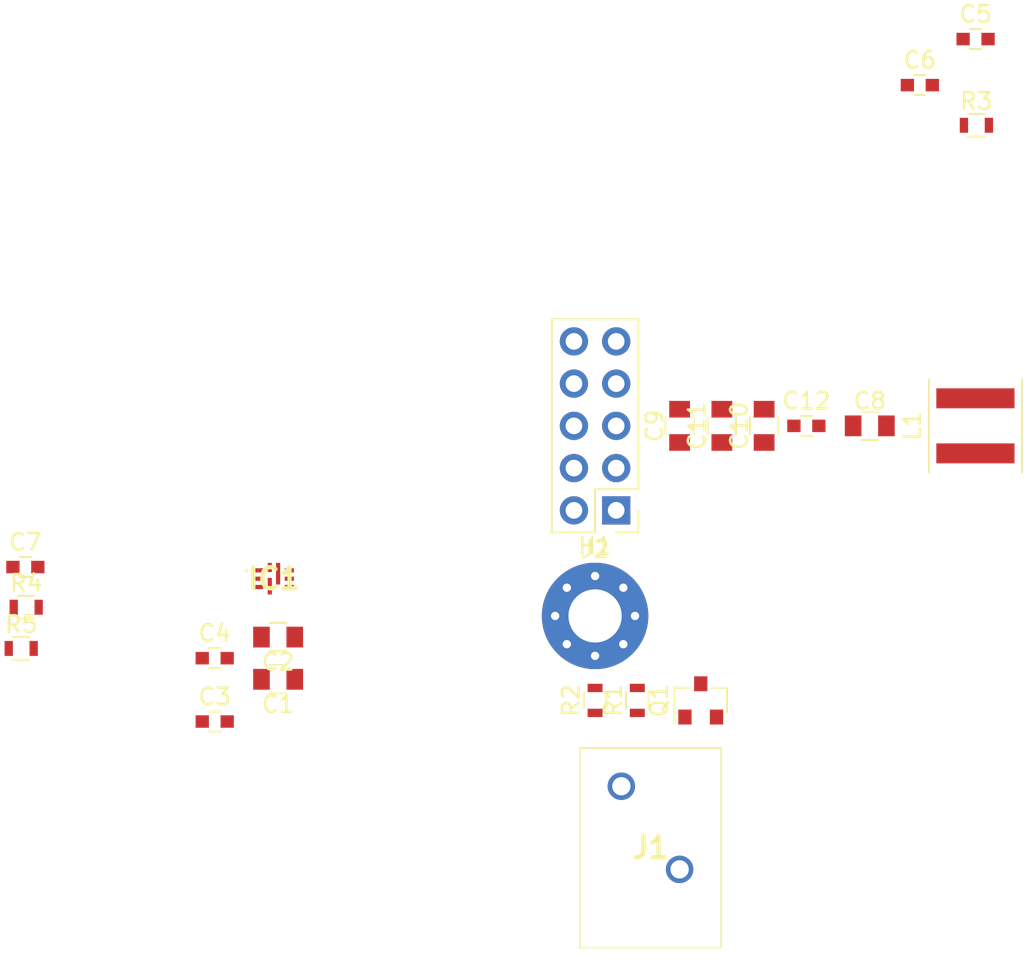
<source format=kicad_pcb>
(kicad_pcb (version 20171130) (host pcbnew "(5.1.6)-1")

  (general
    (thickness 1.6)
    (drawings 0)
    (tracks 0)
    (zones 0)
    (modules 23)
    (nets 19)
  )

  (page A4)
  (layers
    (0 F.Cu signal)
    (31 B.Cu signal)
    (32 B.Adhes user)
    (33 F.Adhes user)
    (34 B.Paste user)
    (35 F.Paste user)
    (36 B.SilkS user)
    (37 F.SilkS user)
    (38 B.Mask user)
    (39 F.Mask user)
    (40 Dwgs.User user)
    (41 Cmts.User user)
    (42 Eco1.User user)
    (43 Eco2.User user)
    (44 Edge.Cuts user)
    (45 Margin user)
    (46 B.CrtYd user)
    (47 F.CrtYd user)
    (48 B.Fab user)
    (49 F.Fab user hide)
  )

  (setup
    (last_trace_width 0.25)
    (trace_clearance 0.2)
    (zone_clearance 0.508)
    (zone_45_only no)
    (trace_min 0.2)
    (via_size 0.8)
    (via_drill 0.4)
    (via_min_size 0.4)
    (via_min_drill 0.3)
    (uvia_size 0.3)
    (uvia_drill 0.1)
    (uvias_allowed no)
    (uvia_min_size 0.2)
    (uvia_min_drill 0.1)
    (edge_width 0.05)
    (segment_width 0.2)
    (pcb_text_width 0.3)
    (pcb_text_size 1.5 1.5)
    (mod_edge_width 0.12)
    (mod_text_size 1 1)
    (mod_text_width 0.15)
    (pad_size 1.524 1.524)
    (pad_drill 0.762)
    (pad_to_mask_clearance 0.05)
    (aux_axis_origin 0 0)
    (visible_elements 7FFFFFFF)
    (pcbplotparams
      (layerselection 0x010fc_ffffffff)
      (usegerberextensions false)
      (usegerberattributes true)
      (usegerberadvancedattributes true)
      (creategerberjobfile true)
      (excludeedgelayer true)
      (linewidth 0.100000)
      (plotframeref false)
      (viasonmask false)
      (mode 1)
      (useauxorigin false)
      (hpglpennumber 1)
      (hpglpenspeed 20)
      (hpglpendiameter 15.000000)
      (psnegative false)
      (psa4output false)
      (plotreference true)
      (plotvalue true)
      (plotinvisibletext false)
      (padsonsilk false)
      (subtractmaskfromsilk false)
      (outputformat 1)
      (mirror false)
      (drillshape 1)
      (scaleselection 1)
      (outputdirectory ""))
  )

  (net 0 "")
  (net 1 "Net-(IC1-Pad3)")
  (net 2 +12V)
  (net 3 GND)
  (net 4 /IC1_VCC)
  (net 5 /IC1_SS)
  (net 6 /IC1_SW)
  (net 7 /IC1_BST_R)
  (net 8 +5V)
  (net 9 /IC1_FB)
  (net 10 /IC1_BST)
  (net 11 /UART1_RXD)
  (net 12 /UART1_TXD)
  (net 13 "Net-(J2-Pad7)")
  (net 14 /I2C1_SCL)
  (net 15 /I2C1_SDA)
  (net 16 +3V3)
  (net 17 /12V_CONN)
  (net 18 /12V_G)

  (net_class Default "This is the default net class."
    (clearance 0.2)
    (trace_width 0.25)
    (via_dia 0.8)
    (via_drill 0.4)
    (uvia_dia 0.3)
    (uvia_drill 0.1)
    (add_net +12V)
    (add_net +3V3)
    (add_net +5V)
    (add_net /12V_CONN)
    (add_net /12V_G)
    (add_net /I2C1_SCL)
    (add_net /I2C1_SDA)
    (add_net /IC1_BST)
    (add_net /IC1_BST_R)
    (add_net /IC1_FB)
    (add_net /IC1_SS)
    (add_net /IC1_SW)
    (add_net /IC1_VCC)
    (add_net /UART1_RXD)
    (add_net /UART1_TXD)
    (add_net GND)
    (add_net "Net-(IC1-Pad3)")
    (add_net "Net-(J2-Pad7)")
  )

  (module SamacSys_Parts:TPS566238PRQFR (layer F.Cu) (tedit 0) (tstamp 6263994F)
    (at 125.48 128.57)
    (descr RQF0009A_2021)
    (tags "Integrated Circuit")
    (path /6261216D)
    (attr smd)
    (fp_text reference IC1 (at 0 0) (layer F.SilkS)
      (effects (font (size 1.27 1.27) (thickness 0.254)))
    )
    (fp_text value TPS566238PRQFR (at 0 0) (layer F.SilkS) hide
      (effects (font (size 1.27 1.27) (thickness 0.254)))
    )
    (fp_line (start -1 -0.75) (end 1 -0.75) (layer F.Fab) (width 0.1))
    (fp_line (start 1 -0.75) (end 1 0.75) (layer F.Fab) (width 0.1))
    (fp_line (start 1 0.75) (end -1 0.75) (layer F.Fab) (width 0.1))
    (fp_line (start -1 0.75) (end -1 -0.75) (layer F.Fab) (width 0.1))
    (fp_line (start -2.2 -1.95) (end 2.2 -1.95) (layer F.CrtYd) (width 0.1))
    (fp_line (start 2.2 -1.95) (end 2.2 1.95) (layer F.CrtYd) (width 0.1))
    (fp_line (start 2.2 1.95) (end -2.2 1.95) (layer F.CrtYd) (width 0.1))
    (fp_line (start -2.2 1.95) (end -2.2 -1.95) (layer F.CrtYd) (width 0.1))
    (fp_line (start -1.6 -0.5) (end -1.6 -0.5) (layer F.SilkS) (width 0.1))
    (fp_line (start -1.7 -0.5) (end -1.7 -0.5) (layer F.SilkS) (width 0.1))
    (fp_text user %R (at 0 0) (layer F.Fab)
      (effects (font (size 1.27 1.27) (thickness 0.254)))
    )
    (fp_arc (start -1.65 -0.5) (end -1.6 -0.5) (angle -180) (layer F.SilkS) (width 0.1))
    (fp_arc (start -1.65 -0.5) (end -1.7 -0.5) (angle -180) (layer F.SilkS) (width 0.1))
    (pad 1 smd rect (at -0.925 -0.5 90) (size 0.25 0.55) (layers F.Cu F.Paste F.Mask)
      (net 4 /IC1_VCC))
    (pad 2 smd rect (at -0.925 0 90) (size 0.25 0.55) (layers F.Cu F.Paste F.Mask)
      (net 9 /IC1_FB))
    (pad 3 smd rect (at -0.925 0.5 90) (size 0.25 0.55) (layers F.Cu F.Paste F.Mask)
      (net 1 "Net-(IC1-Pad3)"))
    (pad 4 smd rect (at -0.25 0.45) (size 0.25 1) (layers F.Cu F.Paste F.Mask)
      (net 3 GND))
    (pad 5 smd rect (at 0.925 0.5 90) (size 0.25 0.55) (layers F.Cu F.Paste F.Mask)
      (net 2 +12V))
    (pad 6 smd rect (at 0.925 0 90) (size 0.25 0.55) (layers F.Cu F.Paste F.Mask)
      (net 2 +12V))
    (pad 7 smd rect (at 0.925 -0.5 90) (size 0.25 0.55) (layers F.Cu F.Paste F.Mask)
      (net 10 /IC1_BST))
    (pad 8 smd rect (at 0.25 -0.3) (size 0.25 1.3) (layers F.Cu F.Paste F.Mask)
      (net 6 /IC1_SW))
    (pad 9 smd rect (at -0.25 -0.675) (size 0.25 0.55) (layers F.Cu F.Paste F.Mask)
      (net 5 /IC1_SS))
    (model "C:\\Users\\Ian Hartwig\\Documents\\LibraryLoader\\SamacSys_Parts.3dshapes\\TPS566238PRQFR.stp"
      (at (xyz 0 0 0))
      (scale (xyz 1 1 1))
      (rotate (xyz 0 0 0))
    )
  )

  (module Capacitors_SMD:C_0805 (layer F.Cu) (tedit 58AA8463) (tstamp 62639358)
    (at 125.73 134.62 180)
    (descr "Capacitor SMD 0805, reflow soldering, AVX (see smccp.pdf)")
    (tags "capacitor 0805")
    (path /626D9A4C)
    (attr smd)
    (fp_text reference C1 (at 0 -1.5) (layer F.SilkS)
      (effects (font (size 1 1) (thickness 0.15)))
    )
    (fp_text value "22uF 25V" (at 0 1.75) (layer F.Fab)
      (effects (font (size 1 1) (thickness 0.15)))
    )
    (fp_line (start 1.75 0.87) (end -1.75 0.87) (layer F.CrtYd) (width 0.05))
    (fp_line (start 1.75 0.87) (end 1.75 -0.88) (layer F.CrtYd) (width 0.05))
    (fp_line (start -1.75 -0.88) (end -1.75 0.87) (layer F.CrtYd) (width 0.05))
    (fp_line (start -1.75 -0.88) (end 1.75 -0.88) (layer F.CrtYd) (width 0.05))
    (fp_line (start -0.5 0.85) (end 0.5 0.85) (layer F.SilkS) (width 0.12))
    (fp_line (start 0.5 -0.85) (end -0.5 -0.85) (layer F.SilkS) (width 0.12))
    (fp_line (start -1 -0.62) (end 1 -0.62) (layer F.Fab) (width 0.1))
    (fp_line (start 1 -0.62) (end 1 0.62) (layer F.Fab) (width 0.1))
    (fp_line (start 1 0.62) (end -1 0.62) (layer F.Fab) (width 0.1))
    (fp_line (start -1 0.62) (end -1 -0.62) (layer F.Fab) (width 0.1))
    (fp_text user %R (at 0 -1.5) (layer F.Fab)
      (effects (font (size 1 1) (thickness 0.15)))
    )
    (pad 1 smd rect (at -1 0 180) (size 1 1.25) (layers F.Cu F.Paste F.Mask)
      (net 2 +12V))
    (pad 2 smd rect (at 1 0 180) (size 1 1.25) (layers F.Cu F.Paste F.Mask)
      (net 3 GND))
    (model Capacitors_SMD.3dshapes/C_0805.wrl
      (at (xyz 0 0 0))
      (scale (xyz 1 1 1))
      (rotate (xyz 0 0 0))
    )
  )

  (module Capacitors_SMD:C_0805 (layer F.Cu) (tedit 58AA8463) (tstamp 62639369)
    (at 125.73 132.08 180)
    (descr "Capacitor SMD 0805, reflow soldering, AVX (see smccp.pdf)")
    (tags "capacitor 0805")
    (path /626D9474)
    (attr smd)
    (fp_text reference C2 (at 0 -1.5) (layer F.SilkS)
      (effects (font (size 1 1) (thickness 0.15)))
    )
    (fp_text value "22uF 25V" (at 0 1.75) (layer F.Fab)
      (effects (font (size 1 1) (thickness 0.15)))
    )
    (fp_text user %R (at 0 -1.5) (layer F.Fab)
      (effects (font (size 1 1) (thickness 0.15)))
    )
    (fp_line (start -1 0.62) (end -1 -0.62) (layer F.Fab) (width 0.1))
    (fp_line (start 1 0.62) (end -1 0.62) (layer F.Fab) (width 0.1))
    (fp_line (start 1 -0.62) (end 1 0.62) (layer F.Fab) (width 0.1))
    (fp_line (start -1 -0.62) (end 1 -0.62) (layer F.Fab) (width 0.1))
    (fp_line (start 0.5 -0.85) (end -0.5 -0.85) (layer F.SilkS) (width 0.12))
    (fp_line (start -0.5 0.85) (end 0.5 0.85) (layer F.SilkS) (width 0.12))
    (fp_line (start -1.75 -0.88) (end 1.75 -0.88) (layer F.CrtYd) (width 0.05))
    (fp_line (start -1.75 -0.88) (end -1.75 0.87) (layer F.CrtYd) (width 0.05))
    (fp_line (start 1.75 0.87) (end 1.75 -0.88) (layer F.CrtYd) (width 0.05))
    (fp_line (start 1.75 0.87) (end -1.75 0.87) (layer F.CrtYd) (width 0.05))
    (pad 2 smd rect (at 1 0 180) (size 1 1.25) (layers F.Cu F.Paste F.Mask)
      (net 3 GND))
    (pad 1 smd rect (at -1 0 180) (size 1 1.25) (layers F.Cu F.Paste F.Mask)
      (net 2 +12V))
    (model Capacitors_SMD.3dshapes/C_0805.wrl
      (at (xyz 0 0 0))
      (scale (xyz 1 1 1))
      (rotate (xyz 0 0 0))
    )
  )

  (module Capacitors_SMD:C_0603 (layer F.Cu) (tedit 59958EE7) (tstamp 6263937A)
    (at 121.92 137.16)
    (descr "Capacitor SMD 0603, reflow soldering, AVX (see smccp.pdf)")
    (tags "capacitor 0603")
    (path /626D8E83)
    (attr smd)
    (fp_text reference C3 (at 0 -1.5) (layer F.SilkS)
      (effects (font (size 1 1) (thickness 0.15)))
    )
    (fp_text value "0.1uF 25V" (at 0 1.5) (layer F.Fab)
      (effects (font (size 1 1) (thickness 0.15)))
    )
    (fp_line (start -0.8 0.4) (end -0.8 -0.4) (layer F.Fab) (width 0.1))
    (fp_line (start 0.8 0.4) (end -0.8 0.4) (layer F.Fab) (width 0.1))
    (fp_line (start 0.8 -0.4) (end 0.8 0.4) (layer F.Fab) (width 0.1))
    (fp_line (start -0.8 -0.4) (end 0.8 -0.4) (layer F.Fab) (width 0.1))
    (fp_line (start -0.35 -0.6) (end 0.35 -0.6) (layer F.SilkS) (width 0.12))
    (fp_line (start 0.35 0.6) (end -0.35 0.6) (layer F.SilkS) (width 0.12))
    (fp_line (start -1.4 -0.65) (end 1.4 -0.65) (layer F.CrtYd) (width 0.05))
    (fp_line (start -1.4 -0.65) (end -1.4 0.65) (layer F.CrtYd) (width 0.05))
    (fp_line (start 1.4 0.65) (end 1.4 -0.65) (layer F.CrtYd) (width 0.05))
    (fp_line (start 1.4 0.65) (end -1.4 0.65) (layer F.CrtYd) (width 0.05))
    (fp_text user %R (at 0 0) (layer F.Fab)
      (effects (font (size 0.3 0.3) (thickness 0.075)))
    )
    (pad 2 smd rect (at 0.75 0) (size 0.8 0.75) (layers F.Cu F.Paste F.Mask)
      (net 3 GND))
    (pad 1 smd rect (at -0.75 0) (size 0.8 0.75) (layers F.Cu F.Paste F.Mask)
      (net 2 +12V))
    (model Capacitors_SMD.3dshapes/C_0603.wrl
      (at (xyz 0 0 0))
      (scale (xyz 1 1 1))
      (rotate (xyz 0 0 0))
    )
  )

  (module Capacitors_SMD:C_0603 (layer F.Cu) (tedit 59958EE7) (tstamp 6263938B)
    (at 121.92 133.35)
    (descr "Capacitor SMD 0603, reflow soldering, AVX (see smccp.pdf)")
    (tags "capacitor 0603")
    (path /6264F83A)
    (attr smd)
    (fp_text reference C4 (at 0 -1.5) (layer F.SilkS)
      (effects (font (size 1 1) (thickness 0.15)))
    )
    (fp_text value 1uF (at 0 1.5) (layer F.Fab)
      (effects (font (size 1 1) (thickness 0.15)))
    )
    (fp_line (start -0.8 0.4) (end -0.8 -0.4) (layer F.Fab) (width 0.1))
    (fp_line (start 0.8 0.4) (end -0.8 0.4) (layer F.Fab) (width 0.1))
    (fp_line (start 0.8 -0.4) (end 0.8 0.4) (layer F.Fab) (width 0.1))
    (fp_line (start -0.8 -0.4) (end 0.8 -0.4) (layer F.Fab) (width 0.1))
    (fp_line (start -0.35 -0.6) (end 0.35 -0.6) (layer F.SilkS) (width 0.12))
    (fp_line (start 0.35 0.6) (end -0.35 0.6) (layer F.SilkS) (width 0.12))
    (fp_line (start -1.4 -0.65) (end 1.4 -0.65) (layer F.CrtYd) (width 0.05))
    (fp_line (start -1.4 -0.65) (end -1.4 0.65) (layer F.CrtYd) (width 0.05))
    (fp_line (start 1.4 0.65) (end 1.4 -0.65) (layer F.CrtYd) (width 0.05))
    (fp_line (start 1.4 0.65) (end -1.4 0.65) (layer F.CrtYd) (width 0.05))
    (fp_text user %R (at 0 0) (layer F.Fab)
      (effects (font (size 0.3 0.3) (thickness 0.075)))
    )
    (pad 2 smd rect (at 0.75 0) (size 0.8 0.75) (layers F.Cu F.Paste F.Mask)
      (net 3 GND))
    (pad 1 smd rect (at -0.75 0) (size 0.8 0.75) (layers F.Cu F.Paste F.Mask)
      (net 4 /IC1_VCC))
    (model Capacitors_SMD.3dshapes/C_0603.wrl
      (at (xyz 0 0 0))
      (scale (xyz 1 1 1))
      (rotate (xyz 0 0 0))
    )
  )

  (module Capacitors_SMD:C_0603 (layer F.Cu) (tedit 59958EE7) (tstamp 6263939C)
    (at 167.650001 96.120001)
    (descr "Capacitor SMD 0603, reflow soldering, AVX (see smccp.pdf)")
    (tags "capacitor 0603")
    (path /6264FE5D)
    (attr smd)
    (fp_text reference C5 (at 0 -1.5) (layer F.SilkS)
      (effects (font (size 1 1) (thickness 0.15)))
    )
    (fp_text value 10nF (at 0 1.5) (layer F.Fab)
      (effects (font (size 1 1) (thickness 0.15)))
    )
    (fp_text user %R (at 0 0) (layer F.Fab)
      (effects (font (size 0.3 0.3) (thickness 0.075)))
    )
    (fp_line (start 1.4 0.65) (end -1.4 0.65) (layer F.CrtYd) (width 0.05))
    (fp_line (start 1.4 0.65) (end 1.4 -0.65) (layer F.CrtYd) (width 0.05))
    (fp_line (start -1.4 -0.65) (end -1.4 0.65) (layer F.CrtYd) (width 0.05))
    (fp_line (start -1.4 -0.65) (end 1.4 -0.65) (layer F.CrtYd) (width 0.05))
    (fp_line (start 0.35 0.6) (end -0.35 0.6) (layer F.SilkS) (width 0.12))
    (fp_line (start -0.35 -0.6) (end 0.35 -0.6) (layer F.SilkS) (width 0.12))
    (fp_line (start -0.8 -0.4) (end 0.8 -0.4) (layer F.Fab) (width 0.1))
    (fp_line (start 0.8 -0.4) (end 0.8 0.4) (layer F.Fab) (width 0.1))
    (fp_line (start 0.8 0.4) (end -0.8 0.4) (layer F.Fab) (width 0.1))
    (fp_line (start -0.8 0.4) (end -0.8 -0.4) (layer F.Fab) (width 0.1))
    (pad 1 smd rect (at -0.75 0) (size 0.8 0.75) (layers F.Cu F.Paste F.Mask)
      (net 5 /IC1_SS))
    (pad 2 smd rect (at 0.75 0) (size 0.8 0.75) (layers F.Cu F.Paste F.Mask)
      (net 3 GND))
    (model Capacitors_SMD.3dshapes/C_0603.wrl
      (at (xyz 0 0 0))
      (scale (xyz 1 1 1))
      (rotate (xyz 0 0 0))
    )
  )

  (module Capacitors_SMD:C_0603 (layer F.Cu) (tedit 59958EE7) (tstamp 626393AD)
    (at 164.300001 98.890001)
    (descr "Capacitor SMD 0603, reflow soldering, AVX (see smccp.pdf)")
    (tags "capacitor 0603")
    (path /6263FF56)
    (attr smd)
    (fp_text reference C6 (at 0 -1.5) (layer F.SilkS)
      (effects (font (size 1 1) (thickness 0.15)))
    )
    (fp_text value "0.1uF 25V" (at 0 1.5) (layer F.Fab)
      (effects (font (size 1 1) (thickness 0.15)))
    )
    (fp_line (start -0.8 0.4) (end -0.8 -0.4) (layer F.Fab) (width 0.1))
    (fp_line (start 0.8 0.4) (end -0.8 0.4) (layer F.Fab) (width 0.1))
    (fp_line (start 0.8 -0.4) (end 0.8 0.4) (layer F.Fab) (width 0.1))
    (fp_line (start -0.8 -0.4) (end 0.8 -0.4) (layer F.Fab) (width 0.1))
    (fp_line (start -0.35 -0.6) (end 0.35 -0.6) (layer F.SilkS) (width 0.12))
    (fp_line (start 0.35 0.6) (end -0.35 0.6) (layer F.SilkS) (width 0.12))
    (fp_line (start -1.4 -0.65) (end 1.4 -0.65) (layer F.CrtYd) (width 0.05))
    (fp_line (start -1.4 -0.65) (end -1.4 0.65) (layer F.CrtYd) (width 0.05))
    (fp_line (start 1.4 0.65) (end 1.4 -0.65) (layer F.CrtYd) (width 0.05))
    (fp_line (start 1.4 0.65) (end -1.4 0.65) (layer F.CrtYd) (width 0.05))
    (fp_text user %R (at 0 0) (layer F.Fab)
      (effects (font (size 0.3 0.3) (thickness 0.075)))
    )
    (pad 2 smd rect (at 0.75 0) (size 0.8 0.75) (layers F.Cu F.Paste F.Mask)
      (net 6 /IC1_SW))
    (pad 1 smd rect (at -0.75 0) (size 0.8 0.75) (layers F.Cu F.Paste F.Mask)
      (net 7 /IC1_BST_R))
    (model Capacitors_SMD.3dshapes/C_0603.wrl
      (at (xyz 0 0 0))
      (scale (xyz 1 1 1))
      (rotate (xyz 0 0 0))
    )
  )

  (module Capacitors_SMD:C_0603 (layer F.Cu) (tedit 59958EE7) (tstamp 626393BE)
    (at 110.540001 127.870001)
    (descr "Capacitor SMD 0603, reflow soldering, AVX (see smccp.pdf)")
    (tags "capacitor 0603")
    (path /6264230C)
    (attr smd)
    (fp_text reference C7 (at 0 -1.5) (layer F.SilkS)
      (effects (font (size 1 1) (thickness 0.15)))
    )
    (fp_text value 33pF (at 0 1.5) (layer F.Fab)
      (effects (font (size 1 1) (thickness 0.15)))
    )
    (fp_text user %R (at 0 0) (layer F.Fab)
      (effects (font (size 0.3 0.3) (thickness 0.075)))
    )
    (fp_line (start 1.4 0.65) (end -1.4 0.65) (layer F.CrtYd) (width 0.05))
    (fp_line (start 1.4 0.65) (end 1.4 -0.65) (layer F.CrtYd) (width 0.05))
    (fp_line (start -1.4 -0.65) (end -1.4 0.65) (layer F.CrtYd) (width 0.05))
    (fp_line (start -1.4 -0.65) (end 1.4 -0.65) (layer F.CrtYd) (width 0.05))
    (fp_line (start 0.35 0.6) (end -0.35 0.6) (layer F.SilkS) (width 0.12))
    (fp_line (start -0.35 -0.6) (end 0.35 -0.6) (layer F.SilkS) (width 0.12))
    (fp_line (start -0.8 -0.4) (end 0.8 -0.4) (layer F.Fab) (width 0.1))
    (fp_line (start 0.8 -0.4) (end 0.8 0.4) (layer F.Fab) (width 0.1))
    (fp_line (start 0.8 0.4) (end -0.8 0.4) (layer F.Fab) (width 0.1))
    (fp_line (start -0.8 0.4) (end -0.8 -0.4) (layer F.Fab) (width 0.1))
    (pad 1 smd rect (at -0.75 0) (size 0.8 0.75) (layers F.Cu F.Paste F.Mask)
      (net 8 +5V))
    (pad 2 smd rect (at 0.75 0) (size 0.8 0.75) (layers F.Cu F.Paste F.Mask)
      (net 9 /IC1_FB))
    (model Capacitors_SMD.3dshapes/C_0603.wrl
      (at (xyz 0 0 0))
      (scale (xyz 1 1 1))
      (rotate (xyz 0 0 0))
    )
  )

  (module Capacitors_SMD:C_0805 (layer F.Cu) (tedit 58AA8463) (tstamp 626393CF)
    (at 161.29 119.38)
    (descr "Capacitor SMD 0805, reflow soldering, AVX (see smccp.pdf)")
    (tags "capacitor 0805")
    (path /626C4C8D)
    (attr smd)
    (fp_text reference C8 (at 0 -1.5) (layer F.SilkS)
      (effects (font (size 1 1) (thickness 0.15)))
    )
    (fp_text value 22uF (at 0 1.75) (layer F.Fab)
      (effects (font (size 1 1) (thickness 0.15)))
    )
    (fp_text user %R (at 0 -1.5) (layer F.Fab)
      (effects (font (size 1 1) (thickness 0.15)))
    )
    (fp_line (start -1 0.62) (end -1 -0.62) (layer F.Fab) (width 0.1))
    (fp_line (start 1 0.62) (end -1 0.62) (layer F.Fab) (width 0.1))
    (fp_line (start 1 -0.62) (end 1 0.62) (layer F.Fab) (width 0.1))
    (fp_line (start -1 -0.62) (end 1 -0.62) (layer F.Fab) (width 0.1))
    (fp_line (start 0.5 -0.85) (end -0.5 -0.85) (layer F.SilkS) (width 0.12))
    (fp_line (start -0.5 0.85) (end 0.5 0.85) (layer F.SilkS) (width 0.12))
    (fp_line (start -1.75 -0.88) (end 1.75 -0.88) (layer F.CrtYd) (width 0.05))
    (fp_line (start -1.75 -0.88) (end -1.75 0.87) (layer F.CrtYd) (width 0.05))
    (fp_line (start 1.75 0.87) (end 1.75 -0.88) (layer F.CrtYd) (width 0.05))
    (fp_line (start 1.75 0.87) (end -1.75 0.87) (layer F.CrtYd) (width 0.05))
    (pad 2 smd rect (at 1 0) (size 1 1.25) (layers F.Cu F.Paste F.Mask)
      (net 3 GND))
    (pad 1 smd rect (at -1 0) (size 1 1.25) (layers F.Cu F.Paste F.Mask)
      (net 8 +5V))
    (model Capacitors_SMD.3dshapes/C_0805.wrl
      (at (xyz 0 0 0))
      (scale (xyz 1 1 1))
      (rotate (xyz 0 0 0))
    )
  )

  (module Capacitors_SMD:C_0805 (layer F.Cu) (tedit 58AA8463) (tstamp 626393E0)
    (at 149.86 119.38 90)
    (descr "Capacitor SMD 0805, reflow soldering, AVX (see smccp.pdf)")
    (tags "capacitor 0805")
    (path /626BA38B)
    (attr smd)
    (fp_text reference C9 (at 0 -1.5 90) (layer F.SilkS)
      (effects (font (size 1 1) (thickness 0.15)))
    )
    (fp_text value 22uF (at 0 1.75 90) (layer F.Fab)
      (effects (font (size 1 1) (thickness 0.15)))
    )
    (fp_text user %R (at 0 -1.5 90) (layer F.Fab)
      (effects (font (size 1 1) (thickness 0.15)))
    )
    (fp_line (start -1 0.62) (end -1 -0.62) (layer F.Fab) (width 0.1))
    (fp_line (start 1 0.62) (end -1 0.62) (layer F.Fab) (width 0.1))
    (fp_line (start 1 -0.62) (end 1 0.62) (layer F.Fab) (width 0.1))
    (fp_line (start -1 -0.62) (end 1 -0.62) (layer F.Fab) (width 0.1))
    (fp_line (start 0.5 -0.85) (end -0.5 -0.85) (layer F.SilkS) (width 0.12))
    (fp_line (start -0.5 0.85) (end 0.5 0.85) (layer F.SilkS) (width 0.12))
    (fp_line (start -1.75 -0.88) (end 1.75 -0.88) (layer F.CrtYd) (width 0.05))
    (fp_line (start -1.75 -0.88) (end -1.75 0.87) (layer F.CrtYd) (width 0.05))
    (fp_line (start 1.75 0.87) (end 1.75 -0.88) (layer F.CrtYd) (width 0.05))
    (fp_line (start 1.75 0.87) (end -1.75 0.87) (layer F.CrtYd) (width 0.05))
    (pad 2 smd rect (at 1 0 90) (size 1 1.25) (layers F.Cu F.Paste F.Mask)
      (net 3 GND))
    (pad 1 smd rect (at -1 0 90) (size 1 1.25) (layers F.Cu F.Paste F.Mask)
      (net 8 +5V))
    (model Capacitors_SMD.3dshapes/C_0805.wrl
      (at (xyz 0 0 0))
      (scale (xyz 1 1 1))
      (rotate (xyz 0 0 0))
    )
  )

  (module Capacitors_SMD:C_0805 (layer F.Cu) (tedit 58AA8463) (tstamp 626393F1)
    (at 154.94 119.38 90)
    (descr "Capacitor SMD 0805, reflow soldering, AVX (see smccp.pdf)")
    (tags "capacitor 0805")
    (path /626BBF05)
    (attr smd)
    (fp_text reference C10 (at 0 -1.5 90) (layer F.SilkS)
      (effects (font (size 1 1) (thickness 0.15)))
    )
    (fp_text value 22uF (at 0 1.75 90) (layer F.Fab)
      (effects (font (size 1 1) (thickness 0.15)))
    )
    (fp_line (start 1.75 0.87) (end -1.75 0.87) (layer F.CrtYd) (width 0.05))
    (fp_line (start 1.75 0.87) (end 1.75 -0.88) (layer F.CrtYd) (width 0.05))
    (fp_line (start -1.75 -0.88) (end -1.75 0.87) (layer F.CrtYd) (width 0.05))
    (fp_line (start -1.75 -0.88) (end 1.75 -0.88) (layer F.CrtYd) (width 0.05))
    (fp_line (start -0.5 0.85) (end 0.5 0.85) (layer F.SilkS) (width 0.12))
    (fp_line (start 0.5 -0.85) (end -0.5 -0.85) (layer F.SilkS) (width 0.12))
    (fp_line (start -1 -0.62) (end 1 -0.62) (layer F.Fab) (width 0.1))
    (fp_line (start 1 -0.62) (end 1 0.62) (layer F.Fab) (width 0.1))
    (fp_line (start 1 0.62) (end -1 0.62) (layer F.Fab) (width 0.1))
    (fp_line (start -1 0.62) (end -1 -0.62) (layer F.Fab) (width 0.1))
    (fp_text user %R (at 0 -1.5 90) (layer F.Fab)
      (effects (font (size 1 1) (thickness 0.15)))
    )
    (pad 1 smd rect (at -1 0 90) (size 1 1.25) (layers F.Cu F.Paste F.Mask)
      (net 8 +5V))
    (pad 2 smd rect (at 1 0 90) (size 1 1.25) (layers F.Cu F.Paste F.Mask)
      (net 3 GND))
    (model Capacitors_SMD.3dshapes/C_0805.wrl
      (at (xyz 0 0 0))
      (scale (xyz 1 1 1))
      (rotate (xyz 0 0 0))
    )
  )

  (module Capacitors_SMD:C_0805 (layer F.Cu) (tedit 58AA8463) (tstamp 62639402)
    (at 152.4 119.38 90)
    (descr "Capacitor SMD 0805, reflow soldering, AVX (see smccp.pdf)")
    (tags "capacitor 0805")
    (path /626C5170)
    (attr smd)
    (fp_text reference C11 (at 0 -1.5 90) (layer F.SilkS)
      (effects (font (size 1 1) (thickness 0.15)))
    )
    (fp_text value 22uF (at 0 1.75 90) (layer F.Fab)
      (effects (font (size 1 1) (thickness 0.15)))
    )
    (fp_line (start 1.75 0.87) (end -1.75 0.87) (layer F.CrtYd) (width 0.05))
    (fp_line (start 1.75 0.87) (end 1.75 -0.88) (layer F.CrtYd) (width 0.05))
    (fp_line (start -1.75 -0.88) (end -1.75 0.87) (layer F.CrtYd) (width 0.05))
    (fp_line (start -1.75 -0.88) (end 1.75 -0.88) (layer F.CrtYd) (width 0.05))
    (fp_line (start -0.5 0.85) (end 0.5 0.85) (layer F.SilkS) (width 0.12))
    (fp_line (start 0.5 -0.85) (end -0.5 -0.85) (layer F.SilkS) (width 0.12))
    (fp_line (start -1 -0.62) (end 1 -0.62) (layer F.Fab) (width 0.1))
    (fp_line (start 1 -0.62) (end 1 0.62) (layer F.Fab) (width 0.1))
    (fp_line (start 1 0.62) (end -1 0.62) (layer F.Fab) (width 0.1))
    (fp_line (start -1 0.62) (end -1 -0.62) (layer F.Fab) (width 0.1))
    (fp_text user %R (at 0 -1.5 90) (layer F.Fab)
      (effects (font (size 1 1) (thickness 0.15)))
    )
    (pad 1 smd rect (at -1 0 90) (size 1 1.25) (layers F.Cu F.Paste F.Mask)
      (net 8 +5V))
    (pad 2 smd rect (at 1 0 90) (size 1 1.25) (layers F.Cu F.Paste F.Mask)
      (net 3 GND))
    (model Capacitors_SMD.3dshapes/C_0805.wrl
      (at (xyz 0 0 0))
      (scale (xyz 1 1 1))
      (rotate (xyz 0 0 0))
    )
  )

  (module Capacitors_SMD:C_0603 (layer F.Cu) (tedit 59958EE7) (tstamp 62639413)
    (at 157.48 119.38)
    (descr "Capacitor SMD 0603, reflow soldering, AVX (see smccp.pdf)")
    (tags "capacitor 0603")
    (path /626D38D2)
    (attr smd)
    (fp_text reference C12 (at 0 -1.5) (layer F.SilkS)
      (effects (font (size 1 1) (thickness 0.15)))
    )
    (fp_text value 0.1uF (at 0 1.5) (layer F.Fab)
      (effects (font (size 1 1) (thickness 0.15)))
    )
    (fp_text user %R (at 0 0) (layer F.Fab)
      (effects (font (size 0.3 0.3) (thickness 0.075)))
    )
    (fp_line (start 1.4 0.65) (end -1.4 0.65) (layer F.CrtYd) (width 0.05))
    (fp_line (start 1.4 0.65) (end 1.4 -0.65) (layer F.CrtYd) (width 0.05))
    (fp_line (start -1.4 -0.65) (end -1.4 0.65) (layer F.CrtYd) (width 0.05))
    (fp_line (start -1.4 -0.65) (end 1.4 -0.65) (layer F.CrtYd) (width 0.05))
    (fp_line (start 0.35 0.6) (end -0.35 0.6) (layer F.SilkS) (width 0.12))
    (fp_line (start -0.35 -0.6) (end 0.35 -0.6) (layer F.SilkS) (width 0.12))
    (fp_line (start -0.8 -0.4) (end 0.8 -0.4) (layer F.Fab) (width 0.1))
    (fp_line (start 0.8 -0.4) (end 0.8 0.4) (layer F.Fab) (width 0.1))
    (fp_line (start 0.8 0.4) (end -0.8 0.4) (layer F.Fab) (width 0.1))
    (fp_line (start -0.8 0.4) (end -0.8 -0.4) (layer F.Fab) (width 0.1))
    (pad 1 smd rect (at -0.75 0) (size 0.8 0.75) (layers F.Cu F.Paste F.Mask)
      (net 8 +5V))
    (pad 2 smd rect (at 0.75 0) (size 0.8 0.75) (layers F.Cu F.Paste F.Mask)
      (net 3 GND))
    (model Capacitors_SMD.3dshapes/C_0603.wrl
      (at (xyz 0 0 0))
      (scale (xyz 1 1 1))
      (rotate (xyz 0 0 0))
    )
  )

  (module frc-on-ftc-hw:WAGO_250-202 (layer F.Cu) (tedit 62638DB8) (tstamp 62639432)
    (at 149.86 146.05 180)
    (descr 250-202-3)
    (tags Connector)
    (path /6264C022)
    (fp_text reference J1 (at 1.75 1.3) (layer F.SilkS)
      (effects (font (size 1.27 1.27) (thickness 0.254)))
    )
    (fp_text value Conn_01x02 (at 1.75 1.3) (layer F.SilkS) hide
      (effects (font (size 1.27 1.27) (thickness 0.254)))
    )
    (fp_line (start 3 6) (end 3 5) (layer F.Fab) (width 0.12))
    (fp_line (start 4 6) (end 3 6) (layer F.Fab) (width 0.12))
    (fp_line (start 4 5) (end 4 6) (layer F.Fab) (width 0.12))
    (fp_line (start 3 5) (end 4 5) (layer F.Fab) (width 0.12))
    (fp_line (start -0.5 5) (end -0.5 6) (layer F.Fab) (width 0.12))
    (fp_line (start 0.5 5) (end -0.5 5) (layer F.Fab) (width 0.12))
    (fp_line (start 0.5 6) (end 0.5 5) (layer F.Fab) (width 0.12))
    (fp_line (start -0.5 6) (end 0.5 6) (layer F.Fab) (width 0.12))
    (fp_line (start 0 -3.5) (end 0 -4.5) (layer F.Fab) (width 0.2))
    (fp_line (start 3.5 -3.5) (end 3.5 -4.5) (layer F.Fab) (width 0.2))
    (fp_circle (center 3.5 -3) (end 4 -3.5) (layer F.Fab) (width 0.12))
    (fp_circle (center 0 -3) (end 0.5 -3.5) (layer F.Fab) (width 0.12))
    (fp_line (start -3.5 -5.7) (end -3.5 8.3) (layer F.CrtYd) (width 0.1))
    (fp_line (start 7 -5.7) (end -3.5 -5.7) (layer F.CrtYd) (width 0.1))
    (fp_line (start 7 8.3) (end 7 -5.7) (layer F.CrtYd) (width 0.1))
    (fp_line (start -3.5 8.3) (end 7 8.3) (layer F.CrtYd) (width 0.1))
    (fp_line (start -2.5 -4.7) (end -2.5 7.3) (layer F.SilkS) (width 0.1))
    (fp_line (start 6 -4.7) (end -2.5 -4.7) (layer F.SilkS) (width 0.1))
    (fp_line (start 6 7.3) (end 6 -4.7) (layer F.SilkS) (width 0.1))
    (fp_line (start -2.5 7.3) (end 6 7.3) (layer F.SilkS) (width 0.1))
    (fp_line (start -2.5 -4.7) (end -2.5 7.3) (layer F.Fab) (width 0.2))
    (fp_line (start 6 -4.7) (end -2.5 -4.7) (layer F.Fab) (width 0.2))
    (fp_line (start 6 7.3) (end 6 -4.7) (layer F.Fab) (width 0.2))
    (fp_line (start -2.5 7.3) (end 6 7.3) (layer F.Fab) (width 0.2))
    (fp_text user %R (at 1.75 1.3) (layer F.Fab)
      (effects (font (size 1.27 1.27) (thickness 0.254)))
    )
    (pad 1 thru_hole circle (at 0 0 180) (size 1.65 1.65) (drill 1.1) (layers *.Cu *.Mask)
      (net 3 GND))
    (pad 2 thru_hole circle (at 3.5 5 180) (size 1.65 1.65) (drill 1.1) (layers *.Cu *.Mask)
      (net 17 /12V_CONN))
    (model "C:\\Users\\Ian Hartwig\\Documents\\LibraryLoader\\SamacSys_Parts.3dshapes\\250-202.stp"
      (at (xyz 0 0 0))
      (scale (xyz 1 1 1))
      (rotate (xyz 0 0 0))
    )
  )

  (module Pin_Headers:Pin_Header_Straight_2x05_Pitch2.54mm (layer F.Cu) (tedit 59650532) (tstamp 62639452)
    (at 146.05 124.46 180)
    (descr "Through hole straight pin header, 2x05, 2.54mm pitch, double rows")
    (tags "Through hole pin header THT 2x05 2.54mm double row")
    (path /62636D16)
    (fp_text reference J2 (at 1.27 -2.33) (layer F.SilkS)
      (effects (font (size 1 1) (thickness 0.15)))
    )
    (fp_text value Conn_02x05_Odd_Even (at 1.27 12.49) (layer F.Fab)
      (effects (font (size 1 1) (thickness 0.15)))
    )
    (fp_text user %R (at 1.27 5.08 90) (layer F.Fab)
      (effects (font (size 1 1) (thickness 0.15)))
    )
    (fp_line (start 0 -1.27) (end 3.81 -1.27) (layer F.Fab) (width 0.1))
    (fp_line (start 3.81 -1.27) (end 3.81 11.43) (layer F.Fab) (width 0.1))
    (fp_line (start 3.81 11.43) (end -1.27 11.43) (layer F.Fab) (width 0.1))
    (fp_line (start -1.27 11.43) (end -1.27 0) (layer F.Fab) (width 0.1))
    (fp_line (start -1.27 0) (end 0 -1.27) (layer F.Fab) (width 0.1))
    (fp_line (start -1.33 11.49) (end 3.87 11.49) (layer F.SilkS) (width 0.12))
    (fp_line (start -1.33 1.27) (end -1.33 11.49) (layer F.SilkS) (width 0.12))
    (fp_line (start 3.87 -1.33) (end 3.87 11.49) (layer F.SilkS) (width 0.12))
    (fp_line (start -1.33 1.27) (end 1.27 1.27) (layer F.SilkS) (width 0.12))
    (fp_line (start 1.27 1.27) (end 1.27 -1.33) (layer F.SilkS) (width 0.12))
    (fp_line (start 1.27 -1.33) (end 3.87 -1.33) (layer F.SilkS) (width 0.12))
    (fp_line (start -1.33 0) (end -1.33 -1.33) (layer F.SilkS) (width 0.12))
    (fp_line (start -1.33 -1.33) (end 0 -1.33) (layer F.SilkS) (width 0.12))
    (fp_line (start -1.8 -1.8) (end -1.8 11.95) (layer F.CrtYd) (width 0.05))
    (fp_line (start -1.8 11.95) (end 4.35 11.95) (layer F.CrtYd) (width 0.05))
    (fp_line (start 4.35 11.95) (end 4.35 -1.8) (layer F.CrtYd) (width 0.05))
    (fp_line (start 4.35 -1.8) (end -1.8 -1.8) (layer F.CrtYd) (width 0.05))
    (pad 10 thru_hole oval (at 2.54 10.16 180) (size 1.7 1.7) (drill 1) (layers *.Cu *.Mask)
      (net 11 /UART1_RXD))
    (pad 9 thru_hole oval (at 0 10.16 180) (size 1.7 1.7) (drill 1) (layers *.Cu *.Mask)
      (net 3 GND))
    (pad 8 thru_hole oval (at 2.54 7.62 180) (size 1.7 1.7) (drill 1) (layers *.Cu *.Mask)
      (net 12 /UART1_TXD))
    (pad 7 thru_hole oval (at 0 7.62 180) (size 1.7 1.7) (drill 1) (layers *.Cu *.Mask)
      (net 13 "Net-(J2-Pad7)"))
    (pad 6 thru_hole oval (at 2.54 5.08 180) (size 1.7 1.7) (drill 1) (layers *.Cu *.Mask)
      (net 3 GND))
    (pad 5 thru_hole oval (at 0 5.08 180) (size 1.7 1.7) (drill 1) (layers *.Cu *.Mask)
      (net 14 /I2C1_SCL))
    (pad 4 thru_hole oval (at 2.54 2.54 180) (size 1.7 1.7) (drill 1) (layers *.Cu *.Mask)
      (net 8 +5V))
    (pad 3 thru_hole oval (at 0 2.54 180) (size 1.7 1.7) (drill 1) (layers *.Cu *.Mask)
      (net 15 /I2C1_SDA))
    (pad 2 thru_hole oval (at 2.54 0 180) (size 1.7 1.7) (drill 1) (layers *.Cu *.Mask)
      (net 8 +5V))
    (pad 1 thru_hole rect (at 0 0 180) (size 1.7 1.7) (drill 1) (layers *.Cu *.Mask)
      (net 16 +3V3))
    (model ${KISYS3DMOD}/Pin_Headers.3dshapes/Pin_Header_Straight_2x05_Pitch2.54mm.wrl
      (at (xyz 0 0 0))
      (scale (xyz 1 1 1))
      (rotate (xyz 0 0 0))
    )
  )

  (module Inductors_SMD:L_Coilcraft_XAL5030 (layer F.Cu) (tedit 5990349C) (tstamp 62639463)
    (at 167.64 119.38 90)
    (descr L_Coilcraft_XAL5030)
    (tags "L Coilcraft XAL5030")
    (path /62640F47)
    (attr smd)
    (fp_text reference L1 (at 0 -3.81 90) (layer F.SilkS)
      (effects (font (size 1 1) (thickness 0.15)))
    )
    (fp_text value "2.2uH 13.2mOhm" (at 0 4.572 90) (layer F.Fab)
      (effects (font (size 1 1) (thickness 0.15)))
    )
    (fp_text user %R (at 0 0 90) (layer F.Fab)
      (effects (font (size 1 1) (thickness 0.15)))
    )
    (fp_line (start 2.794 2.794) (end -2.794 2.794) (layer F.SilkS) (width 0.12))
    (fp_line (start -2.794 -2.794) (end 2.794 -2.794) (layer F.SilkS) (width 0.12))
    (fp_line (start -2.9 2.9) (end -2.9 -2.9) (layer F.CrtYd) (width 0.05))
    (fp_line (start 2.9 2.9) (end -2.9 2.9) (layer F.CrtYd) (width 0.05))
    (fp_line (start 2.9 -2.9) (end 2.9 2.9) (layer F.CrtYd) (width 0.05))
    (fp_line (start -2.9 -2.9) (end 2.9 -2.9) (layer F.CrtYd) (width 0.05))
    (fp_line (start -2.64 2.64) (end -2.64 -2.64) (layer F.Fab) (width 0.1))
    (fp_line (start 2.64 2.64) (end -2.64 2.64) (layer F.Fab) (width 0.1))
    (fp_line (start 2.64 -2.64) (end 2.64 2.64) (layer F.Fab) (width 0.1))
    (fp_line (start -2.64 -2.64) (end 2.64 -2.64) (layer F.Fab) (width 0.1))
    (pad 2 smd rect (at 1.655 0 90) (size 1.2 4.7) (layers F.Cu F.Paste F.Mask)
      (net 8 +5V))
    (pad 1 smd rect (at -1.655 0 90) (size 1.2 4.7) (layers F.Cu F.Paste F.Mask)
      (net 6 /IC1_SW))
    (model ${KISYS3DMOD}/Inductors_SMD.3dshapes/L_Coilcraft_XAL5030.wrl
      (at (xyz 0 0 0))
      (scale (xyz 1 1 1))
      (rotate (xyz 0 0 0))
    )
  )

  (module TO_SOT_Packages_SMD:SOT-23 (layer F.Cu) (tedit 58CE4E7E) (tstamp 62639478)
    (at 151.13 135.89 90)
    (descr "SOT-23, Standard")
    (tags SOT-23)
    (path /62653F32)
    (attr smd)
    (fp_text reference Q1 (at 0 -2.5 90) (layer F.SilkS)
      (effects (font (size 1 1) (thickness 0.15)))
    )
    (fp_text value Q_PMOS_GSD (at 0 2.5 90) (layer F.Fab)
      (effects (font (size 1 1) (thickness 0.15)))
    )
    (fp_text user %R (at 0 0) (layer F.Fab)
      (effects (font (size 0.5 0.5) (thickness 0.075)))
    )
    (fp_line (start -0.7 -0.95) (end -0.7 1.5) (layer F.Fab) (width 0.1))
    (fp_line (start -0.15 -1.52) (end 0.7 -1.52) (layer F.Fab) (width 0.1))
    (fp_line (start -0.7 -0.95) (end -0.15 -1.52) (layer F.Fab) (width 0.1))
    (fp_line (start 0.7 -1.52) (end 0.7 1.52) (layer F.Fab) (width 0.1))
    (fp_line (start -0.7 1.52) (end 0.7 1.52) (layer F.Fab) (width 0.1))
    (fp_line (start 0.76 1.58) (end 0.76 0.65) (layer F.SilkS) (width 0.12))
    (fp_line (start 0.76 -1.58) (end 0.76 -0.65) (layer F.SilkS) (width 0.12))
    (fp_line (start -1.7 -1.75) (end 1.7 -1.75) (layer F.CrtYd) (width 0.05))
    (fp_line (start 1.7 -1.75) (end 1.7 1.75) (layer F.CrtYd) (width 0.05))
    (fp_line (start 1.7 1.75) (end -1.7 1.75) (layer F.CrtYd) (width 0.05))
    (fp_line (start -1.7 1.75) (end -1.7 -1.75) (layer F.CrtYd) (width 0.05))
    (fp_line (start 0.76 -1.58) (end -1.4 -1.58) (layer F.SilkS) (width 0.12))
    (fp_line (start 0.76 1.58) (end -0.7 1.58) (layer F.SilkS) (width 0.12))
    (pad 3 smd rect (at 1 0 90) (size 0.9 0.8) (layers F.Cu F.Paste F.Mask)
      (net 2 +12V))
    (pad 2 smd rect (at -1 0.95 90) (size 0.9 0.8) (layers F.Cu F.Paste F.Mask)
      (net 17 /12V_CONN))
    (pad 1 smd rect (at -1 -0.95 90) (size 0.9 0.8) (layers F.Cu F.Paste F.Mask)
      (net 18 /12V_G))
    (model ${KISYS3DMOD}/TO_SOT_Packages_SMD.3dshapes/SOT-23.wrl
      (at (xyz 0 0 0))
      (scale (xyz 1 1 1))
      (rotate (xyz 0 0 0))
    )
  )

  (module Resistors_SMD:R_0603 (layer F.Cu) (tedit 58E0A804) (tstamp 62639489)
    (at 147.32 135.89 90)
    (descr "Resistor SMD 0603, reflow soldering, Vishay (see dcrcw.pdf)")
    (tags "resistor 0603")
    (path /626565BD)
    (attr smd)
    (fp_text reference R1 (at 0 -1.45 90) (layer F.SilkS)
      (effects (font (size 1 1) (thickness 0.15)))
    )
    (fp_text value 10k (at 0 1.5 90) (layer F.Fab)
      (effects (font (size 1 1) (thickness 0.15)))
    )
    (fp_text user %R (at 0 0 90) (layer F.Fab)
      (effects (font (size 0.4 0.4) (thickness 0.075)))
    )
    (fp_line (start -0.8 0.4) (end -0.8 -0.4) (layer F.Fab) (width 0.1))
    (fp_line (start 0.8 0.4) (end -0.8 0.4) (layer F.Fab) (width 0.1))
    (fp_line (start 0.8 -0.4) (end 0.8 0.4) (layer F.Fab) (width 0.1))
    (fp_line (start -0.8 -0.4) (end 0.8 -0.4) (layer F.Fab) (width 0.1))
    (fp_line (start 0.5 0.68) (end -0.5 0.68) (layer F.SilkS) (width 0.12))
    (fp_line (start -0.5 -0.68) (end 0.5 -0.68) (layer F.SilkS) (width 0.12))
    (fp_line (start -1.25 -0.7) (end 1.25 -0.7) (layer F.CrtYd) (width 0.05))
    (fp_line (start -1.25 -0.7) (end -1.25 0.7) (layer F.CrtYd) (width 0.05))
    (fp_line (start 1.25 0.7) (end 1.25 -0.7) (layer F.CrtYd) (width 0.05))
    (fp_line (start 1.25 0.7) (end -1.25 0.7) (layer F.CrtYd) (width 0.05))
    (pad 2 smd rect (at 0.75 0 90) (size 0.5 0.9) (layers F.Cu F.Paste F.Mask)
      (net 18 /12V_G))
    (pad 1 smd rect (at -0.75 0 90) (size 0.5 0.9) (layers F.Cu F.Paste F.Mask)
      (net 17 /12V_CONN))
    (model ${KISYS3DMOD}/Resistors_SMD.3dshapes/R_0603.wrl
      (at (xyz 0 0 0))
      (scale (xyz 1 1 1))
      (rotate (xyz 0 0 0))
    )
  )

  (module Resistors_SMD:R_0603 (layer F.Cu) (tedit 58E0A804) (tstamp 6263949A)
    (at 144.78 135.89 90)
    (descr "Resistor SMD 0603, reflow soldering, Vishay (see dcrcw.pdf)")
    (tags "resistor 0603")
    (path /62656A95)
    (attr smd)
    (fp_text reference R2 (at 0 -1.45 90) (layer F.SilkS)
      (effects (font (size 1 1) (thickness 0.15)))
    )
    (fp_text value 10k (at 0 1.5 90) (layer F.Fab)
      (effects (font (size 1 1) (thickness 0.15)))
    )
    (fp_line (start 1.25 0.7) (end -1.25 0.7) (layer F.CrtYd) (width 0.05))
    (fp_line (start 1.25 0.7) (end 1.25 -0.7) (layer F.CrtYd) (width 0.05))
    (fp_line (start -1.25 -0.7) (end -1.25 0.7) (layer F.CrtYd) (width 0.05))
    (fp_line (start -1.25 -0.7) (end 1.25 -0.7) (layer F.CrtYd) (width 0.05))
    (fp_line (start -0.5 -0.68) (end 0.5 -0.68) (layer F.SilkS) (width 0.12))
    (fp_line (start 0.5 0.68) (end -0.5 0.68) (layer F.SilkS) (width 0.12))
    (fp_line (start -0.8 -0.4) (end 0.8 -0.4) (layer F.Fab) (width 0.1))
    (fp_line (start 0.8 -0.4) (end 0.8 0.4) (layer F.Fab) (width 0.1))
    (fp_line (start 0.8 0.4) (end -0.8 0.4) (layer F.Fab) (width 0.1))
    (fp_line (start -0.8 0.4) (end -0.8 -0.4) (layer F.Fab) (width 0.1))
    (fp_text user %R (at 0 0 90) (layer F.Fab)
      (effects (font (size 0.4 0.4) (thickness 0.075)))
    )
    (pad 1 smd rect (at -0.75 0 90) (size 0.5 0.9) (layers F.Cu F.Paste F.Mask)
      (net 18 /12V_G))
    (pad 2 smd rect (at 0.75 0 90) (size 0.5 0.9) (layers F.Cu F.Paste F.Mask)
      (net 3 GND))
    (model ${KISYS3DMOD}/Resistors_SMD.3dshapes/R_0603.wrl
      (at (xyz 0 0 0))
      (scale (xyz 1 1 1))
      (rotate (xyz 0 0 0))
    )
  )

  (module Resistors_SMD:R_0603 (layer F.Cu) (tedit 58E0A804) (tstamp 626394AB)
    (at 167.700001 101.305001)
    (descr "Resistor SMD 0603, reflow soldering, Vishay (see dcrcw.pdf)")
    (tags "resistor 0603")
    (path /6263ED0D)
    (attr smd)
    (fp_text reference R3 (at 0 -1.45) (layer F.SilkS)
      (effects (font (size 1 1) (thickness 0.15)))
    )
    (fp_text value 0 (at 0 1.5) (layer F.Fab)
      (effects (font (size 1 1) (thickness 0.15)))
    )
    (fp_line (start 1.25 0.7) (end -1.25 0.7) (layer F.CrtYd) (width 0.05))
    (fp_line (start 1.25 0.7) (end 1.25 -0.7) (layer F.CrtYd) (width 0.05))
    (fp_line (start -1.25 -0.7) (end -1.25 0.7) (layer F.CrtYd) (width 0.05))
    (fp_line (start -1.25 -0.7) (end 1.25 -0.7) (layer F.CrtYd) (width 0.05))
    (fp_line (start -0.5 -0.68) (end 0.5 -0.68) (layer F.SilkS) (width 0.12))
    (fp_line (start 0.5 0.68) (end -0.5 0.68) (layer F.SilkS) (width 0.12))
    (fp_line (start -0.8 -0.4) (end 0.8 -0.4) (layer F.Fab) (width 0.1))
    (fp_line (start 0.8 -0.4) (end 0.8 0.4) (layer F.Fab) (width 0.1))
    (fp_line (start 0.8 0.4) (end -0.8 0.4) (layer F.Fab) (width 0.1))
    (fp_line (start -0.8 0.4) (end -0.8 -0.4) (layer F.Fab) (width 0.1))
    (fp_text user %R (at 0 0) (layer F.Fab)
      (effects (font (size 0.4 0.4) (thickness 0.075)))
    )
    (pad 1 smd rect (at -0.75 0) (size 0.5 0.9) (layers F.Cu F.Paste F.Mask)
      (net 7 /IC1_BST_R))
    (pad 2 smd rect (at 0.75 0) (size 0.5 0.9) (layers F.Cu F.Paste F.Mask)
      (net 10 /IC1_BST))
    (model ${KISYS3DMOD}/Resistors_SMD.3dshapes/R_0603.wrl
      (at (xyz 0 0 0))
      (scale (xyz 1 1 1))
      (rotate (xyz 0 0 0))
    )
  )

  (module Resistors_SMD:R_0603 (layer F.Cu) (tedit 58E0A804) (tstamp 626394BC)
    (at 110.590001 130.285001)
    (descr "Resistor SMD 0603, reflow soldering, Vishay (see dcrcw.pdf)")
    (tags "resistor 0603")
    (path /6263F48E)
    (attr smd)
    (fp_text reference R4 (at 0 -1.45) (layer F.SilkS)
      (effects (font (size 1 1) (thickness 0.15)))
    )
    (fp_text value 220k (at 0 1.5) (layer F.Fab)
      (effects (font (size 1 1) (thickness 0.15)))
    )
    (fp_text user %R (at 0 0) (layer F.Fab)
      (effects (font (size 0.4 0.4) (thickness 0.075)))
    )
    (fp_line (start -0.8 0.4) (end -0.8 -0.4) (layer F.Fab) (width 0.1))
    (fp_line (start 0.8 0.4) (end -0.8 0.4) (layer F.Fab) (width 0.1))
    (fp_line (start 0.8 -0.4) (end 0.8 0.4) (layer F.Fab) (width 0.1))
    (fp_line (start -0.8 -0.4) (end 0.8 -0.4) (layer F.Fab) (width 0.1))
    (fp_line (start 0.5 0.68) (end -0.5 0.68) (layer F.SilkS) (width 0.12))
    (fp_line (start -0.5 -0.68) (end 0.5 -0.68) (layer F.SilkS) (width 0.12))
    (fp_line (start -1.25 -0.7) (end 1.25 -0.7) (layer F.CrtYd) (width 0.05))
    (fp_line (start -1.25 -0.7) (end -1.25 0.7) (layer F.CrtYd) (width 0.05))
    (fp_line (start 1.25 0.7) (end 1.25 -0.7) (layer F.CrtYd) (width 0.05))
    (fp_line (start 1.25 0.7) (end -1.25 0.7) (layer F.CrtYd) (width 0.05))
    (pad 2 smd rect (at 0.75 0) (size 0.5 0.9) (layers F.Cu F.Paste F.Mask)
      (net 9 /IC1_FB))
    (pad 1 smd rect (at -0.75 0) (size 0.5 0.9) (layers F.Cu F.Paste F.Mask)
      (net 8 +5V))
    (model ${KISYS3DMOD}/Resistors_SMD.3dshapes/R_0603.wrl
      (at (xyz 0 0 0))
      (scale (xyz 1 1 1))
      (rotate (xyz 0 0 0))
    )
  )

  (module Resistors_SMD:R_0603 (layer F.Cu) (tedit 58E0A804) (tstamp 626394CD)
    (at 110.290001 132.765001)
    (descr "Resistor SMD 0603, reflow soldering, Vishay (see dcrcw.pdf)")
    (tags "resistor 0603")
    (path /6263F926)
    (attr smd)
    (fp_text reference R5 (at 0 -1.45) (layer F.SilkS)
      (effects (font (size 1 1) (thickness 0.15)))
    )
    (fp_text value 30k (at 0 1.5) (layer F.Fab)
      (effects (font (size 1 1) (thickness 0.15)))
    )
    (fp_text user %R (at 0 0) (layer F.Fab)
      (effects (font (size 0.4 0.4) (thickness 0.075)))
    )
    (fp_line (start -0.8 0.4) (end -0.8 -0.4) (layer F.Fab) (width 0.1))
    (fp_line (start 0.8 0.4) (end -0.8 0.4) (layer F.Fab) (width 0.1))
    (fp_line (start 0.8 -0.4) (end 0.8 0.4) (layer F.Fab) (width 0.1))
    (fp_line (start -0.8 -0.4) (end 0.8 -0.4) (layer F.Fab) (width 0.1))
    (fp_line (start 0.5 0.68) (end -0.5 0.68) (layer F.SilkS) (width 0.12))
    (fp_line (start -0.5 -0.68) (end 0.5 -0.68) (layer F.SilkS) (width 0.12))
    (fp_line (start -1.25 -0.7) (end 1.25 -0.7) (layer F.CrtYd) (width 0.05))
    (fp_line (start -1.25 -0.7) (end -1.25 0.7) (layer F.CrtYd) (width 0.05))
    (fp_line (start 1.25 0.7) (end 1.25 -0.7) (layer F.CrtYd) (width 0.05))
    (fp_line (start 1.25 0.7) (end -1.25 0.7) (layer F.CrtYd) (width 0.05))
    (pad 2 smd rect (at 0.75 0) (size 0.5 0.9) (layers F.Cu F.Paste F.Mask)
      (net 3 GND))
    (pad 1 smd rect (at -0.75 0) (size 0.5 0.9) (layers F.Cu F.Paste F.Mask)
      (net 9 /IC1_FB))
    (model ${KISYS3DMOD}/Resistors_SMD.3dshapes/R_0603.wrl
      (at (xyz 0 0 0))
      (scale (xyz 1 1 1))
      (rotate (xyz 0 0 0))
    )
  )

  (module Mounting_Holes:MountingHole_3.2mm_M3_Pad_Via (layer F.Cu) (tedit 56DDBCCA) (tstamp 62639D14)
    (at 144.78 130.81)
    (descr "Mounting Hole 3.2mm, M3")
    (tags "mounting hole 3.2mm m3")
    (path /6276E5CE)
    (attr virtual)
    (fp_text reference H1 (at 0 -4.2) (layer F.SilkS)
      (effects (font (size 1 1) (thickness 0.15)))
    )
    (fp_text value MountingHole (at 0 4.2) (layer F.Fab)
      (effects (font (size 1 1) (thickness 0.15)))
    )
    (fp_text user %R (at 0.3 0) (layer F.Fab)
      (effects (font (size 1 1) (thickness 0.15)))
    )
    (fp_circle (center 0 0) (end 3.2 0) (layer Cmts.User) (width 0.15))
    (fp_circle (center 0 0) (end 3.45 0) (layer F.CrtYd) (width 0.05))
    (pad 1 thru_hole circle (at 1.697056 -1.697056) (size 0.8 0.8) (drill 0.5) (layers *.Cu *.Mask))
    (pad 1 thru_hole circle (at 0 -2.4) (size 0.8 0.8) (drill 0.5) (layers *.Cu *.Mask))
    (pad 1 thru_hole circle (at -1.697056 -1.697056) (size 0.8 0.8) (drill 0.5) (layers *.Cu *.Mask))
    (pad 1 thru_hole circle (at -2.4 0) (size 0.8 0.8) (drill 0.5) (layers *.Cu *.Mask))
    (pad 1 thru_hole circle (at -1.697056 1.697056) (size 0.8 0.8) (drill 0.5) (layers *.Cu *.Mask))
    (pad 1 thru_hole circle (at 0 2.4) (size 0.8 0.8) (drill 0.5) (layers *.Cu *.Mask))
    (pad 1 thru_hole circle (at 1.697056 1.697056) (size 0.8 0.8) (drill 0.5) (layers *.Cu *.Mask))
    (pad 1 thru_hole circle (at 2.4 0) (size 0.8 0.8) (drill 0.5) (layers *.Cu *.Mask))
    (pad 1 thru_hole circle (at 0 0) (size 6.4 6.4) (drill 3.2) (layers *.Cu *.Mask))
  )

)

</source>
